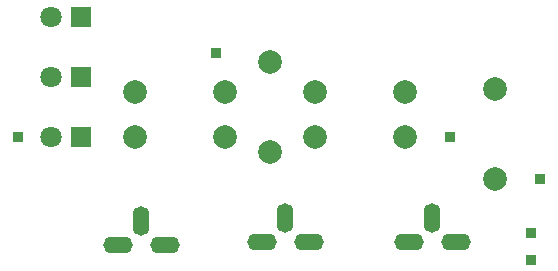
<source format=gbr>
G04 #@! TF.FileFunction,Copper,L1,Top,Signal*
%FSLAX46Y46*%
G04 Gerber Fmt 4.6, Leading zero omitted, Abs format (unit mm)*
G04 Created by KiCad (PCBNEW 4.0.5) date 11/03/19 14:13:05*
%MOMM*%
%LPD*%
G01*
G04 APERTURE LIST*
%ADD10C,0.100000*%
%ADD11R,1.800000X1.800000*%
%ADD12C,1.800000*%
%ADD13R,0.850000X0.850000*%
%ADD14O,1.400000X2.500000*%
%ADD15O,2.500000X1.400000*%
%ADD16C,1.998980*%
G04 APERTURE END LIST*
D10*
D11*
X126238000Y-71120000D03*
D12*
X123698000Y-71120000D03*
D11*
X126238000Y-66040000D03*
D12*
X123698000Y-66040000D03*
D11*
X126238000Y-60960000D03*
D12*
X123698000Y-60960000D03*
D13*
X164338000Y-81534000D03*
X120904000Y-71120000D03*
X165100000Y-74676000D03*
X157480000Y-71120000D03*
X137668000Y-64008000D03*
D14*
X155956000Y-78010000D03*
D15*
X153956000Y-80010000D03*
X157956000Y-80010000D03*
D14*
X143510000Y-78010000D03*
D15*
X141510000Y-80010000D03*
X145510000Y-80010000D03*
D14*
X131318000Y-78264000D03*
D15*
X129318000Y-80264000D03*
X133318000Y-80264000D03*
D16*
X161290000Y-67056000D03*
X161290000Y-74676000D03*
X146050000Y-67310000D03*
X153670000Y-67310000D03*
X146050000Y-71120000D03*
X153670000Y-71120000D03*
X130810000Y-71120000D03*
X138430000Y-71120000D03*
X130810000Y-67310000D03*
X138430000Y-67310000D03*
X142240000Y-64770000D03*
X142240000Y-72390000D03*
D13*
X164338000Y-79248000D03*
M02*

</source>
